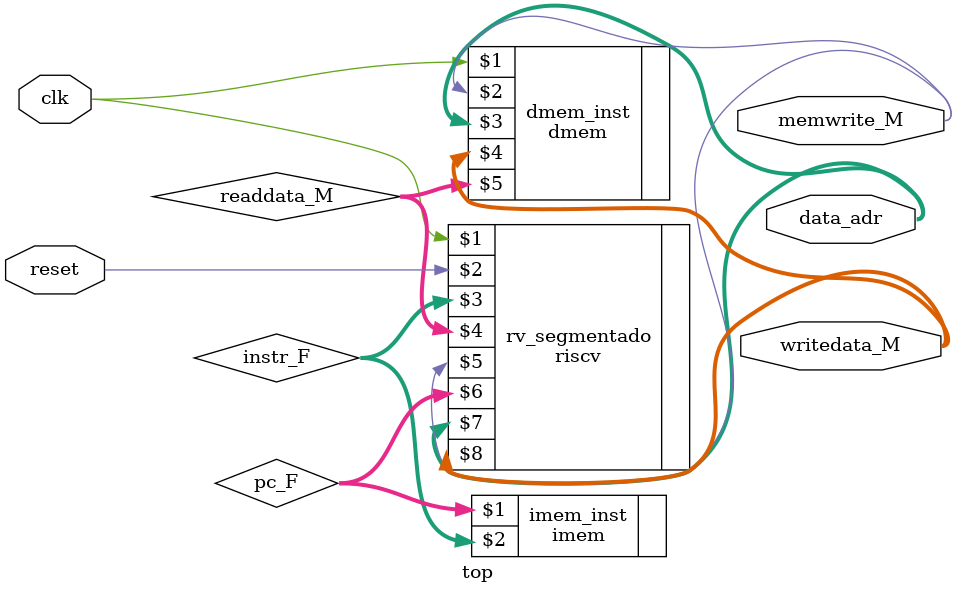
<source format=sv>
module top (input logic  clk, reset,
	    output logic  [31:0] writedata_M, 
	    output logic  [31:0] data_adr,
	    output logic memwrite_M);


logic [31:0] pc_F, instr_F, readdata_M;

//instanciamos processor and memories
//data_adr = aluresult_M en el modulo principal de riscv
riscv rv_segmentado(clk, reset, instr_F, readdata_M, memwrite_M, pc_F,data_adr, writedata_M);

imem imem_inst(pc_F,instr_F);

dmem dmem_inst (clk, memwrite_M, data_adr, writedata_M, readdata_M);

endmodule




</source>
